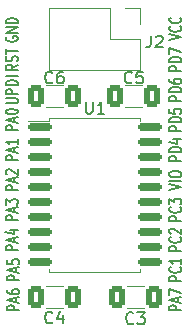
<source format=gto>
G04 #@! TF.GenerationSoftware,KiCad,Pcbnew,6.0.8-1.fc36*
G04 #@! TF.CreationDate,2022-11-01T17:46:47+01:00*
G04 #@! TF.ProjectId,avr32dd20_eval,61767233-3264-4643-9230-5f6576616c2e,rev?*
G04 #@! TF.SameCoordinates,Original*
G04 #@! TF.FileFunction,Legend,Top*
G04 #@! TF.FilePolarity,Positive*
%FSLAX46Y46*%
G04 Gerber Fmt 4.6, Leading zero omitted, Abs format (unit mm)*
G04 Created by KiCad (PCBNEW 6.0.8-1.fc36) date 2022-11-01 17:46:47*
%MOMM*%
%LPD*%
G01*
G04 APERTURE LIST*
G04 Aperture macros list*
%AMRoundRect*
0 Rectangle with rounded corners*
0 $1 Rounding radius*
0 $2 $3 $4 $5 $6 $7 $8 $9 X,Y pos of 4 corners*
0 Add a 4 corners polygon primitive as box body*
4,1,4,$2,$3,$4,$5,$6,$7,$8,$9,$2,$3,0*
0 Add four circle primitives for the rounded corners*
1,1,$1+$1,$2,$3*
1,1,$1+$1,$4,$5*
1,1,$1+$1,$6,$7*
1,1,$1+$1,$8,$9*
0 Add four rect primitives between the rounded corners*
20,1,$1+$1,$2,$3,$4,$5,0*
20,1,$1+$1,$4,$5,$6,$7,0*
20,1,$1+$1,$6,$7,$8,$9,0*
20,1,$1+$1,$8,$9,$2,$3,0*%
G04 Aperture macros list end*
%ADD10C,0.150000*%
%ADD11C,0.120000*%
%ADD12R,1.700000X1.700000*%
%ADD13O,1.700000X1.700000*%
%ADD14RoundRect,0.250000X0.412500X0.650000X-0.412500X0.650000X-0.412500X-0.650000X0.412500X-0.650000X0*%
%ADD15RoundRect,0.150000X-0.875000X-0.150000X0.875000X-0.150000X0.875000X0.150000X-0.875000X0.150000X0*%
%ADD16RoundRect,0.250000X-0.412500X-0.650000X0.412500X-0.650000X0.412500X0.650000X-0.412500X0.650000X0*%
G04 APERTURE END LIST*
D10*
X91575000Y-72961428D02*
X91527380Y-73032857D01*
X91527380Y-73140000D01*
X91575000Y-73247142D01*
X91670238Y-73318571D01*
X91765476Y-73354285D01*
X91955952Y-73390000D01*
X92098809Y-73390000D01*
X92289285Y-73354285D01*
X92384523Y-73318571D01*
X92479761Y-73247142D01*
X92527380Y-73140000D01*
X92527380Y-73068571D01*
X92479761Y-72961428D01*
X92432142Y-72925714D01*
X92098809Y-72925714D01*
X92098809Y-73068571D01*
X92527380Y-72604285D02*
X91527380Y-72604285D01*
X92527380Y-72175714D01*
X91527380Y-72175714D01*
X92527380Y-71818571D02*
X91527380Y-71818571D01*
X91527380Y-71640000D01*
X91575000Y-71532857D01*
X91670238Y-71461428D01*
X91765476Y-71425714D01*
X91955952Y-71390000D01*
X92098809Y-71390000D01*
X92289285Y-71425714D01*
X92384523Y-71461428D01*
X92479761Y-71532857D01*
X92527380Y-71640000D01*
X92527380Y-71818571D01*
X105370380Y-73263000D02*
X106370380Y-73013000D01*
X105370380Y-72763000D01*
X106275142Y-72084428D02*
X106322761Y-72120142D01*
X106370380Y-72227285D01*
X106370380Y-72298714D01*
X106322761Y-72405857D01*
X106227523Y-72477285D01*
X106132285Y-72513000D01*
X105941809Y-72548714D01*
X105798952Y-72548714D01*
X105608476Y-72513000D01*
X105513238Y-72477285D01*
X105418000Y-72405857D01*
X105370380Y-72298714D01*
X105370380Y-72227285D01*
X105418000Y-72120142D01*
X105465619Y-72084428D01*
X106275142Y-71334428D02*
X106322761Y-71370142D01*
X106370380Y-71477285D01*
X106370380Y-71548714D01*
X106322761Y-71655857D01*
X106227523Y-71727285D01*
X106132285Y-71763000D01*
X105941809Y-71798714D01*
X105798952Y-71798714D01*
X105608476Y-71763000D01*
X105513238Y-71727285D01*
X105418000Y-71655857D01*
X105370380Y-71548714D01*
X105370380Y-71477285D01*
X105418000Y-71370142D01*
X105465619Y-71334428D01*
X106370380Y-75858571D02*
X105370380Y-75858571D01*
X105370380Y-75572857D01*
X105418000Y-75501428D01*
X105465619Y-75465714D01*
X105560857Y-75430000D01*
X105703714Y-75430000D01*
X105798952Y-75465714D01*
X105846571Y-75501428D01*
X105894190Y-75572857D01*
X105894190Y-75858571D01*
X106370380Y-75108571D02*
X105370380Y-75108571D01*
X105370380Y-74930000D01*
X105418000Y-74822857D01*
X105513238Y-74751428D01*
X105608476Y-74715714D01*
X105798952Y-74680000D01*
X105941809Y-74680000D01*
X106132285Y-74715714D01*
X106227523Y-74751428D01*
X106322761Y-74822857D01*
X106370380Y-74930000D01*
X106370380Y-75108571D01*
X105370380Y-74430000D02*
X105370380Y-73930000D01*
X106370380Y-74251428D01*
X106370380Y-78398571D02*
X105370380Y-78398571D01*
X105370380Y-78112857D01*
X105418000Y-78041428D01*
X105465619Y-78005714D01*
X105560857Y-77970000D01*
X105703714Y-77970000D01*
X105798952Y-78005714D01*
X105846571Y-78041428D01*
X105894190Y-78112857D01*
X105894190Y-78398571D01*
X106370380Y-77648571D02*
X105370380Y-77648571D01*
X105370380Y-77470000D01*
X105418000Y-77362857D01*
X105513238Y-77291428D01*
X105608476Y-77255714D01*
X105798952Y-77220000D01*
X105941809Y-77220000D01*
X106132285Y-77255714D01*
X106227523Y-77291428D01*
X106322761Y-77362857D01*
X106370380Y-77470000D01*
X106370380Y-77648571D01*
X105370380Y-76577142D02*
X105370380Y-76720000D01*
X105418000Y-76791428D01*
X105465619Y-76827142D01*
X105608476Y-76898571D01*
X105798952Y-76934285D01*
X106179904Y-76934285D01*
X106275142Y-76898571D01*
X106322761Y-76862857D01*
X106370380Y-76791428D01*
X106370380Y-76648571D01*
X106322761Y-76577142D01*
X106275142Y-76541428D01*
X106179904Y-76505714D01*
X105941809Y-76505714D01*
X105846571Y-76541428D01*
X105798952Y-76577142D01*
X105751333Y-76648571D01*
X105751333Y-76791428D01*
X105798952Y-76862857D01*
X105846571Y-76898571D01*
X105941809Y-76934285D01*
X106370380Y-80938571D02*
X105370380Y-80938571D01*
X105370380Y-80652857D01*
X105418000Y-80581428D01*
X105465619Y-80545714D01*
X105560857Y-80510000D01*
X105703714Y-80510000D01*
X105798952Y-80545714D01*
X105846571Y-80581428D01*
X105894190Y-80652857D01*
X105894190Y-80938571D01*
X106370380Y-80188571D02*
X105370380Y-80188571D01*
X105370380Y-80010000D01*
X105418000Y-79902857D01*
X105513238Y-79831428D01*
X105608476Y-79795714D01*
X105798952Y-79760000D01*
X105941809Y-79760000D01*
X106132285Y-79795714D01*
X106227523Y-79831428D01*
X106322761Y-79902857D01*
X106370380Y-80010000D01*
X106370380Y-80188571D01*
X105370380Y-79081428D02*
X105370380Y-79438571D01*
X105846571Y-79474285D01*
X105798952Y-79438571D01*
X105751333Y-79367142D01*
X105751333Y-79188571D01*
X105798952Y-79117142D01*
X105846571Y-79081428D01*
X105941809Y-79045714D01*
X106179904Y-79045714D01*
X106275142Y-79081428D01*
X106322761Y-79117142D01*
X106370380Y-79188571D01*
X106370380Y-79367142D01*
X106322761Y-79438571D01*
X106275142Y-79474285D01*
X106370380Y-83478571D02*
X105370380Y-83478571D01*
X105370380Y-83192857D01*
X105418000Y-83121428D01*
X105465619Y-83085714D01*
X105560857Y-83050000D01*
X105703714Y-83050000D01*
X105798952Y-83085714D01*
X105846571Y-83121428D01*
X105894190Y-83192857D01*
X105894190Y-83478571D01*
X106370380Y-82728571D02*
X105370380Y-82728571D01*
X105370380Y-82550000D01*
X105418000Y-82442857D01*
X105513238Y-82371428D01*
X105608476Y-82335714D01*
X105798952Y-82300000D01*
X105941809Y-82300000D01*
X106132285Y-82335714D01*
X106227523Y-82371428D01*
X106322761Y-82442857D01*
X106370380Y-82550000D01*
X106370380Y-82728571D01*
X105703714Y-81657142D02*
X106370380Y-81657142D01*
X105322761Y-81835714D02*
X106037047Y-82014285D01*
X106037047Y-81550000D01*
X105370380Y-85911428D02*
X106370380Y-85661428D01*
X105370380Y-85411428D01*
X106370380Y-85161428D02*
X105370380Y-85161428D01*
X105370380Y-84661428D02*
X105370380Y-84518571D01*
X105418000Y-84447142D01*
X105513238Y-84375714D01*
X105703714Y-84340000D01*
X106037047Y-84340000D01*
X106227523Y-84375714D01*
X106322761Y-84447142D01*
X106370380Y-84518571D01*
X106370380Y-84661428D01*
X106322761Y-84732857D01*
X106227523Y-84804285D01*
X106037047Y-84840000D01*
X105703714Y-84840000D01*
X105513238Y-84804285D01*
X105418000Y-84732857D01*
X105370380Y-84661428D01*
X106370380Y-88558571D02*
X105370380Y-88558571D01*
X105370380Y-88272857D01*
X105418000Y-88201428D01*
X105465619Y-88165714D01*
X105560857Y-88130000D01*
X105703714Y-88130000D01*
X105798952Y-88165714D01*
X105846571Y-88201428D01*
X105894190Y-88272857D01*
X105894190Y-88558571D01*
X106275142Y-87380000D02*
X106322761Y-87415714D01*
X106370380Y-87522857D01*
X106370380Y-87594285D01*
X106322761Y-87701428D01*
X106227523Y-87772857D01*
X106132285Y-87808571D01*
X105941809Y-87844285D01*
X105798952Y-87844285D01*
X105608476Y-87808571D01*
X105513238Y-87772857D01*
X105418000Y-87701428D01*
X105370380Y-87594285D01*
X105370380Y-87522857D01*
X105418000Y-87415714D01*
X105465619Y-87380000D01*
X105370380Y-87130000D02*
X105370380Y-86665714D01*
X105751333Y-86915714D01*
X105751333Y-86808571D01*
X105798952Y-86737142D01*
X105846571Y-86701428D01*
X105941809Y-86665714D01*
X106179904Y-86665714D01*
X106275142Y-86701428D01*
X106322761Y-86737142D01*
X106370380Y-86808571D01*
X106370380Y-87022857D01*
X106322761Y-87094285D01*
X106275142Y-87130000D01*
X106370380Y-91098571D02*
X105370380Y-91098571D01*
X105370380Y-90812857D01*
X105418000Y-90741428D01*
X105465619Y-90705714D01*
X105560857Y-90670000D01*
X105703714Y-90670000D01*
X105798952Y-90705714D01*
X105846571Y-90741428D01*
X105894190Y-90812857D01*
X105894190Y-91098571D01*
X106275142Y-89920000D02*
X106322761Y-89955714D01*
X106370380Y-90062857D01*
X106370380Y-90134285D01*
X106322761Y-90241428D01*
X106227523Y-90312857D01*
X106132285Y-90348571D01*
X105941809Y-90384285D01*
X105798952Y-90384285D01*
X105608476Y-90348571D01*
X105513238Y-90312857D01*
X105418000Y-90241428D01*
X105370380Y-90134285D01*
X105370380Y-90062857D01*
X105418000Y-89955714D01*
X105465619Y-89920000D01*
X105465619Y-89634285D02*
X105418000Y-89598571D01*
X105370380Y-89527142D01*
X105370380Y-89348571D01*
X105418000Y-89277142D01*
X105465619Y-89241428D01*
X105560857Y-89205714D01*
X105656095Y-89205714D01*
X105798952Y-89241428D01*
X106370380Y-89670000D01*
X106370380Y-89205714D01*
X106370380Y-93638571D02*
X105370380Y-93638571D01*
X105370380Y-93352857D01*
X105418000Y-93281428D01*
X105465619Y-93245714D01*
X105560857Y-93210000D01*
X105703714Y-93210000D01*
X105798952Y-93245714D01*
X105846571Y-93281428D01*
X105894190Y-93352857D01*
X105894190Y-93638571D01*
X106275142Y-92460000D02*
X106322761Y-92495714D01*
X106370380Y-92602857D01*
X106370380Y-92674285D01*
X106322761Y-92781428D01*
X106227523Y-92852857D01*
X106132285Y-92888571D01*
X105941809Y-92924285D01*
X105798952Y-92924285D01*
X105608476Y-92888571D01*
X105513238Y-92852857D01*
X105418000Y-92781428D01*
X105370380Y-92674285D01*
X105370380Y-92602857D01*
X105418000Y-92495714D01*
X105465619Y-92460000D01*
X106370380Y-91745714D02*
X106370380Y-92174285D01*
X106370380Y-91960000D02*
X105370380Y-91960000D01*
X105513238Y-92031428D01*
X105608476Y-92102857D01*
X105656095Y-92174285D01*
X106370380Y-96125000D02*
X105370380Y-96125000D01*
X105370380Y-95839285D01*
X105418000Y-95767857D01*
X105465619Y-95732142D01*
X105560857Y-95696428D01*
X105703714Y-95696428D01*
X105798952Y-95732142D01*
X105846571Y-95767857D01*
X105894190Y-95839285D01*
X105894190Y-96125000D01*
X106084666Y-95410714D02*
X106084666Y-95053571D01*
X106370380Y-95482142D02*
X105370380Y-95232142D01*
X106370380Y-94982142D01*
X105370380Y-94803571D02*
X105370380Y-94303571D01*
X106370380Y-94625000D01*
X92654380Y-96125000D02*
X91654380Y-96125000D01*
X91654380Y-95839285D01*
X91702000Y-95767857D01*
X91749619Y-95732142D01*
X91844857Y-95696428D01*
X91987714Y-95696428D01*
X92082952Y-95732142D01*
X92130571Y-95767857D01*
X92178190Y-95839285D01*
X92178190Y-96125000D01*
X92368666Y-95410714D02*
X92368666Y-95053571D01*
X92654380Y-95482142D02*
X91654380Y-95232142D01*
X92654380Y-94982142D01*
X91654380Y-94410714D02*
X91654380Y-94553571D01*
X91702000Y-94625000D01*
X91749619Y-94660714D01*
X91892476Y-94732142D01*
X92082952Y-94767857D01*
X92463904Y-94767857D01*
X92559142Y-94732142D01*
X92606761Y-94696428D01*
X92654380Y-94625000D01*
X92654380Y-94482142D01*
X92606761Y-94410714D01*
X92559142Y-94375000D01*
X92463904Y-94339285D01*
X92225809Y-94339285D01*
X92130571Y-94375000D01*
X92082952Y-94410714D01*
X92035333Y-94482142D01*
X92035333Y-94625000D01*
X92082952Y-94696428D01*
X92130571Y-94732142D01*
X92225809Y-94767857D01*
X92654380Y-93585000D02*
X91654380Y-93585000D01*
X91654380Y-93299285D01*
X91702000Y-93227857D01*
X91749619Y-93192142D01*
X91844857Y-93156428D01*
X91987714Y-93156428D01*
X92082952Y-93192142D01*
X92130571Y-93227857D01*
X92178190Y-93299285D01*
X92178190Y-93585000D01*
X92368666Y-92870714D02*
X92368666Y-92513571D01*
X92654380Y-92942142D02*
X91654380Y-92692142D01*
X92654380Y-92442142D01*
X91654380Y-91835000D02*
X91654380Y-92192142D01*
X92130571Y-92227857D01*
X92082952Y-92192142D01*
X92035333Y-92120714D01*
X92035333Y-91942142D01*
X92082952Y-91870714D01*
X92130571Y-91835000D01*
X92225809Y-91799285D01*
X92463904Y-91799285D01*
X92559142Y-91835000D01*
X92606761Y-91870714D01*
X92654380Y-91942142D01*
X92654380Y-92120714D01*
X92606761Y-92192142D01*
X92559142Y-92227857D01*
X92527380Y-91045000D02*
X91527380Y-91045000D01*
X91527380Y-90759285D01*
X91575000Y-90687857D01*
X91622619Y-90652142D01*
X91717857Y-90616428D01*
X91860714Y-90616428D01*
X91955952Y-90652142D01*
X92003571Y-90687857D01*
X92051190Y-90759285D01*
X92051190Y-91045000D01*
X92241666Y-90330714D02*
X92241666Y-89973571D01*
X92527380Y-90402142D02*
X91527380Y-90152142D01*
X92527380Y-89902142D01*
X91860714Y-89330714D02*
X92527380Y-89330714D01*
X91479761Y-89509285D02*
X92194047Y-89687857D01*
X92194047Y-89223571D01*
X92527380Y-88505000D02*
X91527380Y-88505000D01*
X91527380Y-88219285D01*
X91575000Y-88147857D01*
X91622619Y-88112142D01*
X91717857Y-88076428D01*
X91860714Y-88076428D01*
X91955952Y-88112142D01*
X92003571Y-88147857D01*
X92051190Y-88219285D01*
X92051190Y-88505000D01*
X92241666Y-87790714D02*
X92241666Y-87433571D01*
X92527380Y-87862142D02*
X91527380Y-87612142D01*
X92527380Y-87362142D01*
X91527380Y-87183571D02*
X91527380Y-86719285D01*
X91908333Y-86969285D01*
X91908333Y-86862142D01*
X91955952Y-86790714D01*
X92003571Y-86755000D01*
X92098809Y-86719285D01*
X92336904Y-86719285D01*
X92432142Y-86755000D01*
X92479761Y-86790714D01*
X92527380Y-86862142D01*
X92527380Y-87076428D01*
X92479761Y-87147857D01*
X92432142Y-87183571D01*
X92527380Y-85965000D02*
X91527380Y-85965000D01*
X91527380Y-85679285D01*
X91575000Y-85607857D01*
X91622619Y-85572142D01*
X91717857Y-85536428D01*
X91860714Y-85536428D01*
X91955952Y-85572142D01*
X92003571Y-85607857D01*
X92051190Y-85679285D01*
X92051190Y-85965000D01*
X92241666Y-85250714D02*
X92241666Y-84893571D01*
X92527380Y-85322142D02*
X91527380Y-85072142D01*
X92527380Y-84822142D01*
X91622619Y-84607857D02*
X91575000Y-84572142D01*
X91527380Y-84500714D01*
X91527380Y-84322142D01*
X91575000Y-84250714D01*
X91622619Y-84215000D01*
X91717857Y-84179285D01*
X91813095Y-84179285D01*
X91955952Y-84215000D01*
X92527380Y-84643571D01*
X92527380Y-84179285D01*
X92527380Y-83425000D02*
X91527380Y-83425000D01*
X91527380Y-83139285D01*
X91575000Y-83067857D01*
X91622619Y-83032142D01*
X91717857Y-82996428D01*
X91860714Y-82996428D01*
X91955952Y-83032142D01*
X92003571Y-83067857D01*
X92051190Y-83139285D01*
X92051190Y-83425000D01*
X92241666Y-82710714D02*
X92241666Y-82353571D01*
X92527380Y-82782142D02*
X91527380Y-82532142D01*
X92527380Y-82282142D01*
X92527380Y-81639285D02*
X92527380Y-82067857D01*
X92527380Y-81853571D02*
X91527380Y-81853571D01*
X91670238Y-81925000D01*
X91765476Y-81996428D01*
X91813095Y-82067857D01*
X92527380Y-80885000D02*
X91527380Y-80885000D01*
X91527380Y-80599285D01*
X91575000Y-80527857D01*
X91622619Y-80492142D01*
X91717857Y-80456428D01*
X91860714Y-80456428D01*
X91955952Y-80492142D01*
X92003571Y-80527857D01*
X92051190Y-80599285D01*
X92051190Y-80885000D01*
X92241666Y-80170714D02*
X92241666Y-79813571D01*
X92527380Y-80242142D02*
X91527380Y-79992142D01*
X92527380Y-79742142D01*
X91527380Y-79349285D02*
X91527380Y-79277857D01*
X91575000Y-79206428D01*
X91622619Y-79170714D01*
X91717857Y-79135000D01*
X91908333Y-79099285D01*
X92146428Y-79099285D01*
X92336904Y-79135000D01*
X92432142Y-79170714D01*
X92479761Y-79206428D01*
X92527380Y-79277857D01*
X92527380Y-79349285D01*
X92479761Y-79420714D01*
X92432142Y-79456428D01*
X92336904Y-79492142D01*
X92146428Y-79527857D01*
X91908333Y-79527857D01*
X91717857Y-79492142D01*
X91622619Y-79456428D01*
X91575000Y-79420714D01*
X91527380Y-79349285D01*
X91527380Y-78612857D02*
X92336904Y-78612857D01*
X92432142Y-78577142D01*
X92479761Y-78541428D01*
X92527380Y-78470000D01*
X92527380Y-78327142D01*
X92479761Y-78255714D01*
X92432142Y-78220000D01*
X92336904Y-78184285D01*
X91527380Y-78184285D01*
X92527380Y-77827142D02*
X91527380Y-77827142D01*
X91527380Y-77541428D01*
X91575000Y-77470000D01*
X91622619Y-77434285D01*
X91717857Y-77398571D01*
X91860714Y-77398571D01*
X91955952Y-77434285D01*
X92003571Y-77470000D01*
X92051190Y-77541428D01*
X92051190Y-77827142D01*
X92527380Y-77077142D02*
X91527380Y-77077142D01*
X91527380Y-76898571D01*
X91575000Y-76791428D01*
X91670238Y-76720000D01*
X91765476Y-76684285D01*
X91955952Y-76648571D01*
X92098809Y-76648571D01*
X92289285Y-76684285D01*
X92384523Y-76720000D01*
X92479761Y-76791428D01*
X92527380Y-76898571D01*
X92527380Y-77077142D01*
X92527380Y-76327142D02*
X91527380Y-76327142D01*
X92527380Y-75340714D02*
X92051190Y-75590714D01*
X92527380Y-75769285D02*
X91527380Y-75769285D01*
X91527380Y-75483571D01*
X91575000Y-75412142D01*
X91622619Y-75376428D01*
X91717857Y-75340714D01*
X91860714Y-75340714D01*
X91955952Y-75376428D01*
X92003571Y-75412142D01*
X92051190Y-75483571D01*
X92051190Y-75769285D01*
X92479761Y-75055000D02*
X92527380Y-74947857D01*
X92527380Y-74769285D01*
X92479761Y-74697857D01*
X92432142Y-74662142D01*
X92336904Y-74626428D01*
X92241666Y-74626428D01*
X92146428Y-74662142D01*
X92098809Y-74697857D01*
X92051190Y-74769285D01*
X92003571Y-74912142D01*
X91955952Y-74983571D01*
X91908333Y-75019285D01*
X91813095Y-75055000D01*
X91717857Y-75055000D01*
X91622619Y-75019285D01*
X91575000Y-74983571D01*
X91527380Y-74912142D01*
X91527380Y-74733571D01*
X91575000Y-74626428D01*
X91527380Y-74412142D02*
X91527380Y-73983571D01*
X92527380Y-74197857D02*
X91527380Y-74197857D01*
X103806666Y-72858380D02*
X103806666Y-73572666D01*
X103759047Y-73715523D01*
X103663809Y-73810761D01*
X103520952Y-73858380D01*
X103425714Y-73858380D01*
X104235238Y-72953619D02*
X104282857Y-72906000D01*
X104378095Y-72858380D01*
X104616190Y-72858380D01*
X104711428Y-72906000D01*
X104759047Y-72953619D01*
X104806666Y-73048857D01*
X104806666Y-73144095D01*
X104759047Y-73286952D01*
X104187619Y-73858380D01*
X104806666Y-73858380D01*
X102322333Y-97203142D02*
X102274714Y-97250761D01*
X102131857Y-97298380D01*
X102036619Y-97298380D01*
X101893761Y-97250761D01*
X101798523Y-97155523D01*
X101750904Y-97060285D01*
X101703285Y-96869809D01*
X101703285Y-96726952D01*
X101750904Y-96536476D01*
X101798523Y-96441238D01*
X101893761Y-96346000D01*
X102036619Y-96298380D01*
X102131857Y-96298380D01*
X102274714Y-96346000D01*
X102322333Y-96393619D01*
X102655666Y-96298380D02*
X103274714Y-96298380D01*
X102941380Y-96679333D01*
X103084238Y-96679333D01*
X103179476Y-96726952D01*
X103227095Y-96774571D01*
X103274714Y-96869809D01*
X103274714Y-97107904D01*
X103227095Y-97203142D01*
X103179476Y-97250761D01*
X103084238Y-97298380D01*
X102798523Y-97298380D01*
X102703285Y-97250761D01*
X102655666Y-97203142D01*
X98298095Y-78462380D02*
X98298095Y-79271904D01*
X98345714Y-79367142D01*
X98393333Y-79414761D01*
X98488571Y-79462380D01*
X98679047Y-79462380D01*
X98774285Y-79414761D01*
X98821904Y-79367142D01*
X98869523Y-79271904D01*
X98869523Y-78462380D01*
X99869523Y-79462380D02*
X99298095Y-79462380D01*
X99583809Y-79462380D02*
X99583809Y-78462380D01*
X99488571Y-78605238D01*
X99393333Y-78700476D01*
X99298095Y-78748095D01*
X95464333Y-97131142D02*
X95416714Y-97178761D01*
X95273857Y-97226380D01*
X95178619Y-97226380D01*
X95035761Y-97178761D01*
X94940523Y-97083523D01*
X94892904Y-96988285D01*
X94845285Y-96797809D01*
X94845285Y-96654952D01*
X94892904Y-96464476D01*
X94940523Y-96369238D01*
X95035761Y-96274000D01*
X95178619Y-96226380D01*
X95273857Y-96226380D01*
X95416714Y-96274000D01*
X95464333Y-96321619D01*
X96321476Y-96559714D02*
X96321476Y-97226380D01*
X96083380Y-96178761D02*
X95845285Y-96893047D01*
X96464333Y-96893047D01*
X102195333Y-76811142D02*
X102147714Y-76858761D01*
X102004857Y-76906380D01*
X101909619Y-76906380D01*
X101766761Y-76858761D01*
X101671523Y-76763523D01*
X101623904Y-76668285D01*
X101576285Y-76477809D01*
X101576285Y-76334952D01*
X101623904Y-76144476D01*
X101671523Y-76049238D01*
X101766761Y-75954000D01*
X101909619Y-75906380D01*
X102004857Y-75906380D01*
X102147714Y-75954000D01*
X102195333Y-76001619D01*
X103100095Y-75906380D02*
X102623904Y-75906380D01*
X102576285Y-76382571D01*
X102623904Y-76334952D01*
X102719142Y-76287333D01*
X102957238Y-76287333D01*
X103052476Y-76334952D01*
X103100095Y-76382571D01*
X103147714Y-76477809D01*
X103147714Y-76715904D01*
X103100095Y-76811142D01*
X103052476Y-76858761D01*
X102957238Y-76906380D01*
X102719142Y-76906380D01*
X102623904Y-76858761D01*
X102576285Y-76811142D01*
X95464333Y-76811142D02*
X95416714Y-76858761D01*
X95273857Y-76906380D01*
X95178619Y-76906380D01*
X95035761Y-76858761D01*
X94940523Y-76763523D01*
X94892904Y-76668285D01*
X94845285Y-76477809D01*
X94845285Y-76334952D01*
X94892904Y-76144476D01*
X94940523Y-76049238D01*
X95035761Y-75954000D01*
X95178619Y-75906380D01*
X95273857Y-75906380D01*
X95416714Y-75954000D01*
X95464333Y-76001619D01*
X96321476Y-75906380D02*
X96131000Y-75906380D01*
X96035761Y-75954000D01*
X95988142Y-76001619D01*
X95892904Y-76144476D01*
X95845285Y-76334952D01*
X95845285Y-76715904D01*
X95892904Y-76811142D01*
X95940523Y-76858761D01*
X96035761Y-76906380D01*
X96226238Y-76906380D01*
X96321476Y-76858761D01*
X96369095Y-76811142D01*
X96416714Y-76715904D01*
X96416714Y-76477809D01*
X96369095Y-76382571D01*
X96321476Y-76334952D01*
X96226238Y-76287333D01*
X96035761Y-76287333D01*
X95940523Y-76334952D01*
X95892904Y-76382571D01*
X95845285Y-76477809D01*
D11*
X102915000Y-73147000D02*
X102915000Y-75747000D01*
X100315000Y-73147000D02*
X102915000Y-73147000D01*
X102915000Y-70547000D02*
X102915000Y-71877000D01*
X100315000Y-70547000D02*
X100315000Y-73147000D01*
X101585000Y-70547000D02*
X102915000Y-70547000D01*
X102915000Y-75747000D02*
X95175000Y-75747000D01*
X95175000Y-70547000D02*
X95175000Y-75747000D01*
X100315000Y-70547000D02*
X95175000Y-70547000D01*
X103200252Y-95906000D02*
X101777748Y-95906000D01*
X103200252Y-94086000D02*
X101777748Y-94086000D01*
X95200000Y-92870000D02*
X95200000Y-92635000D01*
X99060000Y-92870000D02*
X102920000Y-92870000D01*
X102920000Y-79850000D02*
X102920000Y-80085000D01*
X95200000Y-79850000D02*
X95200000Y-80085000D01*
X102920000Y-92870000D02*
X102920000Y-92635000D01*
X99060000Y-79850000D02*
X95200000Y-79850000D01*
X99060000Y-79850000D02*
X102920000Y-79850000D01*
X95200000Y-80085000D02*
X93385000Y-80085000D01*
X99060000Y-92870000D02*
X95200000Y-92870000D01*
X94919748Y-95906000D02*
X96342252Y-95906000D01*
X94919748Y-94086000D02*
X96342252Y-94086000D01*
X103073252Y-78888000D02*
X101650748Y-78888000D01*
X103073252Y-77068000D02*
X101650748Y-77068000D01*
X94919748Y-78888000D02*
X96342252Y-78888000D01*
X94919748Y-77068000D02*
X96342252Y-77068000D01*
%LPC*%
D12*
X101585000Y-71877000D03*
D13*
X101585000Y-74417000D03*
X99045000Y-71877000D03*
X99045000Y-74417000D03*
X96505000Y-71877000D03*
X96505000Y-74417000D03*
D14*
X104051500Y-94996000D03*
X100926500Y-94996000D03*
D15*
X94410000Y-80645000D03*
X94410000Y-81915000D03*
X94410000Y-83185000D03*
X94410000Y-84455000D03*
X94410000Y-85725000D03*
X94410000Y-86995000D03*
X94410000Y-88265000D03*
X94410000Y-89535000D03*
X94410000Y-90805000D03*
X94410000Y-92075000D03*
X103710000Y-92075000D03*
X103710000Y-90805000D03*
X103710000Y-89535000D03*
X103710000Y-88265000D03*
X103710000Y-86995000D03*
X103710000Y-85725000D03*
X103710000Y-84455000D03*
X103710000Y-83185000D03*
X103710000Y-81915000D03*
X103710000Y-80645000D03*
D16*
X94068500Y-94996000D03*
X97193500Y-94996000D03*
D14*
X103924500Y-77978000D03*
X100799500Y-77978000D03*
D16*
X94068500Y-77978000D03*
X97193500Y-77978000D03*
D12*
X107950000Y-95245000D03*
D13*
X107950000Y-92705000D03*
X107950000Y-90165000D03*
X107950000Y-87625000D03*
X107950000Y-85085000D03*
X107950000Y-82545000D03*
X107950000Y-80005000D03*
X107950000Y-77465000D03*
X107950000Y-74925000D03*
X107950000Y-72385000D03*
D12*
X90170000Y-72395000D03*
D13*
X90170000Y-74935000D03*
X90170000Y-77475000D03*
X90170000Y-80015000D03*
X90170000Y-82555000D03*
X90170000Y-85095000D03*
X90170000Y-87635000D03*
X90170000Y-90175000D03*
X90170000Y-92715000D03*
X90170000Y-95255000D03*
M02*

</source>
